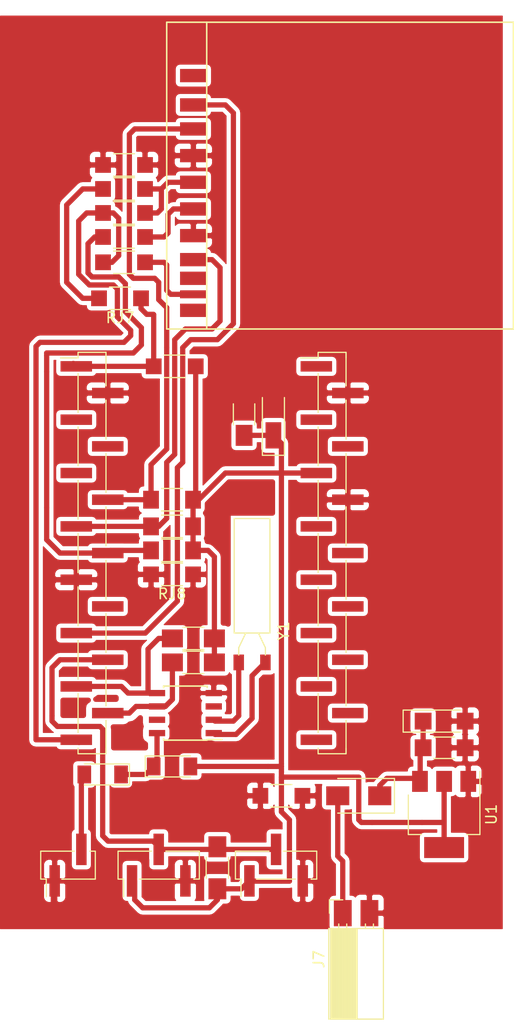
<source format=kicad_pcb>
(kicad_pcb (version 20170919) (host pcbnew "(2017-09-19 revision dddaa7e69)-makepkg")
  (layers (0 F.Cu signal) (31 B.Cu signal) (34 B.Paste user hide) (35 F.Paste user hide) (36 B.SilkS user hide) (37 F.SilkS user) (38 B.Mask user hide) (39 F.Mask user hide) (44 Edge.Cuts user hide))
  (net 0 "")
  (net 1 "Net-(C1-Pad1)")
  (net 2 1wire)
  (net 3 3V3)
  (net 4 "Net-(D1-Pad1)")
  (net 5 "Net-(D2-Pad2)")
  (net 6 "Net-(D3-Pad2)")
  (net 7 MISO)
  (net 8 CS)
  (net 9 SDA)
  (net 10 SD_D)
  (net 11 MOSI)
  (net 12 SCK)
  (net 13 SCL)
  (net 14 "Net-(U2-Pad1)")
  (net 15 "Net-(U2-Pad2)")
  (net 16 GND)
  (net 17 "Net-(J2-Pad8)")
  (net 18 "Net-(J4-Pad10)")
  (net 19 "Net-(J2-Pad3)")
  (net 20 "Net-(J2-Pad5)")
  (net 21 "Net-(J2-Pad4)")
  (net 22 "Net-(J2-Pad10)")
  (net 23 "Net-(J3-Pad1)")
  (net 24 "Net-(J3-Pad3)")
  (net 25 "Net-(J3-Pad7)")
  (net 26 "Net-(J3-Pad9)")
  (net 27 "Net-(J3-Pad11)")
  (net 28 "Net-(J3-Pad13)")
  (net 29 "Net-(J3-Pad15)")
  (net 30 "Net-(J3-Pad4)")
  (net 31 "Net-(J3-Pad8)")
  (net 32 "Net-(J3-Pad10)")
  (net 33 "Net-(J3-Pad12)")
  (net 34 "Net-(J3-Pad14)")
  (net 35 "Net-(J4-Pad9)")
  (net 36 "Net-(J4-Pad8)")
  (net 37 "Net-(J4-Pad11)")
  (net 38 "Net-(U2-Pad3)")
  (net 39 "Net-(U2-Pad7)")
  (module Resistors_SMD:R_1206_HandSoldering (layer F.Cu) (at 140.208 69.469 180)
    (fp_text reference RJ3 hide)
    (fp_text value 0)
    (pad 1 smd rect (at -2 0 180) (size 1.5 1.5) (layers F.Cu F.Paste F.Mask) (net 3 3V3))
    (pad 2 smd rect (at 2 0 180) (size 1.5 1.5) (layers F.Cu F.Paste F.Mask) (net 3 3V3))
  )
  (module Resistors_SMD:R_1206_HandSoldering (layer F.Cu) (at 140.208 71.755 180)
    (fp_text reference R4 hide)
    (fp_text value 10k)
    (pad 1 smd rect (at -2 0 180) (size 1.5 1.5) (layers F.Cu F.Paste F.Mask) (net 3 3V3))
    (pad 2 smd rect (at 2 0 180) (size 1.5 1.5) (layers F.Cu F.Paste F.Mask) (net 10 SD_D))
  )
  (module Capacitors_Tantalum_SMD:CP_Tantalum_Case-A_EIA-3216-18_Hand (layer F.Cu) (at 170.688 120.142)
    (fp_text reference C2 hide)
    (fp_text value 10uF)
    (pad 1 smd rect (at -2 0) (size 1.6 1.6) (layers F.Cu F.Paste F.Mask) (net 1 "Net-(C1-Pad1)"))
    (pad 2 smd rect (at 2 0) (size 1.6 1.6) (layers F.Cu F.Paste F.Mask) (net 16 GND))
  )
  (module Pin_Headers:Pin_Header_Straight_1x15_Pitch2.54mm_SMD_Pin1Left (layer F.Cu) (at 137.16 104.14)
    (fp_text reference J2 hide)
    (fp_text value CONN_01X15 hide)
    (pad 1 smd rect (at -1.5 -17.78) (size 3 1) (layers F.Cu F.Paste F.Mask) (net 3 3V3))
    (pad 3 smd rect (at -1.5 -12.7) (size 3 1) (layers F.Cu F.Paste F.Mask) (net 19 "Net-(J2-Pad3)"))
    (pad 5 smd rect (at -1.5 -7.62) (size 3 1) (layers F.Cu F.Paste F.Mask) (net 20 "Net-(J2-Pad5)"))
    (pad 7 smd rect (at -1.5 -2.54) (size 3 1) (layers F.Cu F.Paste F.Mask) (net 7 MISO))
    (pad 9 smd rect (at -1.5 2.54) (size 3 1) (layers F.Cu F.Paste F.Mask) (net 16 GND))
    (pad 11 smd rect (at -1.5 7.62) (size 3 1) (layers F.Cu F.Paste F.Mask) (net 8 CS))
    (pad 13 smd rect (at -1.5 12.7) (size 3 1) (layers F.Cu F.Paste F.Mask) (net 9 SDA))
    (pad 15 smd rect (at -1.5 17.78) (size 3 1) (layers F.Cu F.Paste F.Mask) (net 10 SD_D))
    (pad 2 smd rect (at 1.5 -15.24) (size 3 1) (layers F.Cu F.Paste F.Mask) (net 16 GND))
    (pad 4 smd rect (at 1.5 -10.16) (size 3 1) (layers F.Cu F.Paste F.Mask) (net 21 "Net-(J2-Pad4)"))
    (pad 6 smd rect (at 1.5 -5.08) (size 3 1) (layers F.Cu F.Paste F.Mask) (net 11 MOSI))
    (pad 8 smd rect (at 1.5 0) (size 3 1) (layers F.Cu F.Paste F.Mask) (net 17 "Net-(J2-Pad8)"))
    (pad 10 smd rect (at 1.5 5.08) (size 3 1) (layers F.Cu F.Paste F.Mask) (net 22 "Net-(J2-Pad10)"))
    (pad 12 smd rect (at 1.5 10.16) (size 3 1) (layers F.Cu F.Paste F.Mask) (net 2 1wire))
    (pad 14 smd rect (at 1.5 15.24) (size 3 1) (layers F.Cu F.Paste F.Mask) (net 13 SCL))
  )
  (module Capacitors_SMD:C_1206_HandSoldering (layer F.Cu) (at 170.688 122.682)
    (fp_text reference C1 hide)
    (fp_text value 10nF)
    (pad 1 smd rect (at -2 0) (size 1.6 1.6) (layers F.Cu F.Paste F.Mask) (net 1 "Net-(C1-Pad1)"))
    (pad 2 smd rect (at 2 0) (size 1.6 1.6) (layers F.Cu F.Paste F.Mask) (net 16 GND))
  )
  (module Capacitors_SMD:C_1206_HandSoldering (layer F.Cu) (at 151.638 90.932 90)
    (fp_text reference C3 hide)
    (fp_text value 10nF)
    (pad 1 smd rect (at -2 0 90) (size 2 1.6) (layers F.Cu F.Paste F.Mask) (net 3 3V3))
    (pad 2 smd rect (at 2 0 90) (size 2 1.6) (layers F.Cu F.Paste F.Mask) (net 16 GND))
  )
  (module Capacitors_Tantalum_SMD:CP_Tantalum_Case-A_EIA-3216-18_Hand (layer F.Cu) (at 154.432 90.932 90)
    (fp_text reference C4)
    (fp_text value 10uF)
    (pad 1 smd rect (at -2 0 90) (size 2.5 1.5) (layers F.Cu F.Paste F.Mask) (net 3 3V3))
    (pad 2 smd rect (at 2 0 90) (size 2.5 1.5) (layers F.Cu F.Paste F.Mask) (net 16 GND))
  )
  (module Diodes_SMD:D_MiniMELF (layer F.Cu) (at 144.78 124.46)
    (fp_text reference D1 hide)
    (fp_text value 1N4148)
    (pad 1 smd rect (at -1.75 0) (size 1.3 1.7) (layers F.Cu F.Paste F.Mask) (net 4 "Net-(D1-Pad1)"))
    (pad 2 smd rect (at 1.75 0) (size 1.3 1.7) (layers F.Cu F.Paste F.Mask) (net 3 3V3))
  )
  (module Diodes_SMD:D_SMA (layer F.Cu) (at 162.56 127.254 180)
    (fp_text reference D2 hide)
    (fp_text value 1N4007)
    (pad 1 smd rect (at -2 0 180) (size 2.2 1.8) (layers F.Cu F.Paste F.Mask) (net 1 "Net-(C1-Pad1)"))
    (pad 2 smd rect (at 2 0 180) (size 2.2 1.8) (layers F.Cu F.Paste F.Mask) (net 5 "Net-(D2-Pad2)"))
  )
  (module Diodes_SMD:D_MiniMELF (layer F.Cu) (at 138.176 125.222 180)
    (fp_text reference D3 hide)
    (fp_text value 1N4148)
    (pad 1 smd rect (at -1.75 0 180) (size 1.3 1.7) (layers F.Cu F.Paste F.Mask) (net 4 "Net-(D1-Pad1)"))
    (pad 2 smd rect (at 1.75 0 180) (size 1.3 1.7) (layers F.Cu F.Paste F.Mask) (net 6 "Net-(D3-Pad2)"))
  )
  (module Pin_Headers:Pin_Header_Straight_1x03_Pitch2.54mm_SMD_Pin1Left (layer F.Cu) (at 154.686 133.858 90)
    (fp_text reference J1 hide)
    (fp_text value CONN_01X03 hide)
    (pad 1 smd rect (at -1.5 -2.54 90) (size 3 1) (layers F.Cu F.Paste F.Mask) (net 3 3V3))
    (pad 3 smd rect (at -1.5 2.54 90) (size 3 1) (layers F.Cu F.Paste F.Mask) (net 16 GND))
    (pad 2 smd rect (at 1.5 0 90) (size 3 1) (layers F.Cu F.Paste F.Mask) (net 2 1wire))
  )
  (module Pin_Headers:Pin_Header_Straight_1x15_Pitch2.54mm_SMD_Pin1Left (layer F.Cu) (at 160.02 104.14)
    (fp_text reference J3 hide)
    (fp_text value CONN_01X15 hide)
    (pad 1 smd rect (at -1.5 -17.78) (size 3 1) (layers F.Cu F.Paste F.Mask) (net 23 "Net-(J3-Pad1)"))
    (pad 3 smd rect (at -1.5 -12.7) (size 3 1) (layers F.Cu F.Paste F.Mask) (net 24 "Net-(J3-Pad3)"))
    (pad 5 smd rect (at -1.5 -7.62) (size 3 1) (layers F.Cu F.Paste F.Mask) (net 3 3V3))
    (pad 7 smd rect (at -1.5 -2.54) (size 3 1) (layers F.Cu F.Paste F.Mask) (net 25 "Net-(J3-Pad7)"))
    (pad 9 smd rect (at -1.5 2.54) (size 3 1) (layers F.Cu F.Paste F.Mask) (net 26 "Net-(J3-Pad9)"))
    (pad 11 smd rect (at -1.5 7.62) (size 3 1) (layers F.Cu F.Paste F.Mask) (net 27 "Net-(J3-Pad11)"))
    (pad 13 smd rect (at -1.5 12.7) (size 3 1) (layers F.Cu F.Paste F.Mask) (net 28 "Net-(J3-Pad13)"))
    (pad 15 smd rect (at -1.5 17.78) (size 3 1) (layers F.Cu F.Paste F.Mask) (net 29 "Net-(J3-Pad15)"))
    (pad 2 smd rect (at 1.5 -15.24) (size 3 1) (layers F.Cu F.Paste F.Mask) (net 16 GND))
    (pad 4 smd rect (at 1.5 -10.16) (size 3 1) (layers F.Cu F.Paste F.Mask) (net 30 "Net-(J3-Pad4)"))
    (pad 6 smd rect (at 1.5 -5.08) (size 3 1) (layers F.Cu F.Paste F.Mask) (net 16 GND))
    (pad 8 smd rect (at 1.5 0) (size 3 1) (layers F.Cu F.Paste F.Mask) (net 31 "Net-(J3-Pad8)"))
    (pad 10 smd rect (at 1.5 5.08) (size 3 1) (layers F.Cu F.Paste F.Mask) (net 32 "Net-(J3-Pad10)"))
    (pad 12 smd rect (at 1.5 10.16) (size 3 1) (layers F.Cu F.Paste F.Mask) (net 33 "Net-(J3-Pad12)"))
    (pad 14 smd rect (at 1.5 15.24) (size 3 1) (layers F.Cu F.Paste F.Mask) (net 34 "Net-(J3-Pad14)"))
  )
  (module Moje:SDCARD-STANDARD (layer F.Cu) (at 168.402 62.484 180)
    (fp_text reference J4 hide)
    (fp_text value SD_Card)
    (pad 9 smd rect (at 21.59 3.81 180) (size 2.54 1.27) (layers F.Cu F.Paste F.Mask) (net 35 "Net-(J4-Pad9)"))
    (pad 1 smd rect (at 21.59 1.016 180) (size 2.54 1.27) (layers F.Cu F.Paste F.Mask) (net 8 CS))
    (pad 2 smd rect (at 21.59 -1.27 180) (size 2.54 1.27) (layers F.Cu F.Paste F.Mask) (net 11 MOSI))
    (pad 3 smd rect (at 21.59 -3.81 180) (size 2.54 1.27) (layers F.Cu F.Paste F.Mask) (net 16 GND))
    (pad 4 smd rect (at 21.59 -6.35 180) (size 2.54 1.27) (layers F.Cu F.Paste F.Mask) (net 3 3V3))
    (pad 5 smd rect (at 21.59 -8.89 180) (size 2.54 1.27) (layers F.Cu F.Paste F.Mask) (net 12 SCK))
    (pad 6 smd rect (at 21.59 -11.43 180) (size 2.54 1.27) (layers F.Cu F.Paste F.Mask) (net 16 GND))
    (pad 10 smd rect (at 21.59 -17.018 180) (size 2.54 0.762) (layers F.Cu F.Paste F.Mask) (net 18 "Net-(J4-Pad10)"))
    (pad 8 smd rect (at 21.59 -15.494 180) (size 2.54 1.27) (layers F.Cu F.Paste F.Mask) (net 36 "Net-(J4-Pad8)"))
    (pad 11 smd rect (at 21.59 -18.542 180) (size 2.54 1.27) (layers F.Cu F.Paste F.Mask) (net 37 "Net-(J4-Pad11)"))
    (pad 7 smd rect (at 21.59 -13.716 180) (size 2.54 1.27) (layers F.Cu F.Paste F.Mask) (net 7 MISO))
    (pad 12 smd rect (at -5.08 -19.05 180) (size 3.302 2.159) (layers F.Cu F.Paste F.Mask) (net 16 GND))
  )
  (module Pin_Headers:Pin_Header_Straight_1x03_Pitch2.54mm_SMD_Pin1Left (layer F.Cu) (at 143.51 133.858 90)
    (fp_text reference J5 hide)
    (fp_text value CONN_01X03 hide)
    (pad 1 smd rect (at -1.5 -2.54 90) (size 3 1) (layers F.Cu F.Paste F.Mask) (net 3 3V3))
    (pad 3 smd rect (at -1.5 2.54 90) (size 3 1) (layers F.Cu F.Paste F.Mask) (net 16 GND))
    (pad 2 smd rect (at 1.5 0 90) (size 3 1) (layers F.Cu F.Paste F.Mask) (net 2 1wire))
  )
  (module Pin_Headers:Pin_Header_Straight_1x02_Pitch2.54mm_SMD_Pin1Left (layer F.Cu) (at 134.874 133.858 90)
    (fp_text reference J6 hide)
    (fp_text value CONN_01X02 hide)
    (pad 1 smd rect (at -1.5 -1.27 90) (size 3 1) (layers F.Cu F.Paste F.Mask) (net 16 GND))
    (pad 2 smd rect (at 1.5 1.27 90) (size 3 1) (layers F.Cu F.Paste F.Mask) (net 6 "Net-(D3-Pad2)"))
  )
  (module Resistors_SMD:R_1206_HandSoldering (layer F.Cu) (at 144.78 99.06 180)
    (fp_text reference R1 hide)
    (fp_text value 10k)
    (pad 1 smd rect (at -2 0 180) (size 1.5 1.7) (layers F.Cu F.Paste F.Mask) (net 3 3V3))
    (pad 2 smd rect (at 2 0 180) (size 1.5 1.7) (layers F.Cu F.Paste F.Mask) (net 11 MOSI))
  )
  (module Resistors_SMD:R_1206_HandSoldering (layer F.Cu) (at 144.78 101.6 180)
    (fp_text reference R2 hide)
    (fp_text value 10k)
    (pad 1 smd rect (at -2 0 180) (size 1.5 1.7) (layers F.Cu F.Paste F.Mask) (net 3 3V3))
    (pad 2 smd rect (at 2 0 180) (size 1.5 1.7) (layers F.Cu F.Paste F.Mask) (net 7 MISO))
  )
  (module Resistors_SMD:R_1206_HandSoldering (layer F.Cu) (at 144.78 103.886 180)
    (fp_text reference R3 hide)
    (fp_text value 10k)
    (pad 1 smd rect (at -2 0 180) (size 1.5 1.7) (layers F.Cu F.Paste F.Mask) (net 3 3V3))
    (pad 2 smd rect (at 2 0 180) (size 1.5 1.7) (layers F.Cu F.Paste F.Mask) (net 17 "Net-(J2-Pad8)"))
  )
  (module Resistors_SMD:R_1206_HandSoldering (layer F.Cu) (at 149.098 134.112 90)
    (fp_text reference R5 hide)
    (fp_text value 4k7)
    (pad 1 smd rect (at -2 0 90) (size 2 1.7) (layers F.Cu F.Paste F.Mask) (net 3 3V3))
    (pad 2 smd rect (at 2 0 90) (size 2 1.7) (layers F.Cu F.Paste F.Mask) (net 2 1wire))
  )
  (module Resistors_SMD:R_1206_HandSoldering (layer F.Cu) (at 146.812 112.268 180)
    (fp_text reference R6 hide)
    (fp_text value 4k7)
    (pad 1 smd rect (at -2 0 180) (size 2 1.7) (layers F.Cu F.Paste F.Mask) (net 3 3V3))
    (pad 2 smd rect (at 2 0 180) (size 2 1.7) (layers F.Cu F.Paste F.Mask) (net 9 SDA))
  )
  (module Resistors_SMD:R_1206_HandSoldering (layer F.Cu) (at 146.812 114.554 180)
    (fp_text reference R7 hide)
    (fp_text value 4k7)
    (pad 1 smd rect (at -2 0 180) (size 2 1.7) (layers F.Cu F.Paste F.Mask) (net 3 3V3))
    (pad 2 smd rect (at 2 0 180) (size 2 1.7) (layers F.Cu F.Paste F.Mask) (net 13 SCL))
  )
  (module Housings_SOIC:SOIC-8_3.9x4.9mm_Pitch1.27mm (layer F.Cu) (at 146.05 119.38 180)
    (fp_text reference U2 hide)
    (fp_text value PCF8563)
    (pad 1 smd rect (at -2.7 -1.905 180) (size 1.55 0.6) (layers F.Cu F.Paste F.Mask) (net 14 "Net-(U2-Pad1)"))
    (pad 2 smd rect (at -2.7 -0.635 180) (size 1.55 0.6) (layers F.Cu F.Paste F.Mask) (net 15 "Net-(U2-Pad2)"))
    (pad 3 smd rect (at -2.7 0.635 180) (size 1.55 0.6) (layers F.Cu F.Paste F.Mask) (net 38 "Net-(U2-Pad3)"))
    (pad 4 smd rect (at -2.7 1.905 180) (size 1.55 0.6) (layers F.Cu F.Paste F.Mask) (net 16 GND))
    (pad 5 smd rect (at 2.7 1.905 180) (size 1.55 0.6) (layers F.Cu F.Paste F.Mask) (net 9 SDA))
    (pad 6 smd rect (at 2.7 0.635 180) (size 1.55 0.6) (layers F.Cu F.Paste F.Mask) (net 13 SCL))
    (pad 7 smd rect (at 2.7 -0.635 180) (size 1.55 0.6) (layers F.Cu F.Paste F.Mask) (net 39 "Net-(U2-Pad7)"))
    (pad 8 smd rect (at 2.7 -1.905 180) (size 1.55 0.6) (layers F.Cu F.Paste F.Mask) (net 4 "Net-(D1-Pad1)"))
  )
  (module Crystals:Crystal_AT310_d3.0mm_l10.0mm_Horizontal (layer F.Cu) (at 153.67 114.554 180)
    (fp_text reference Y1 (at -1.75 3 270) (layer F.SilkS))
    (fp_text value Crystal hide)
    (pad 1 smd rect (at 0 0 180) (size 1 1.5) (layers F.Cu F.Paste F.Mask) (net 14 "Net-(U2-Pad1)"))
    (pad 2 smd rect (at 2.54 0 180) (size 1 1.5) (layers F.Cu F.Paste F.Mask) (net 15 "Net-(U2-Pad2)"))
  )
  (module Resistors_SMD:R_1206_HandSoldering (layer F.Cu) (at 140.208 74.041)
    (fp_text reference RJ1 hide)
    (fp_text value 0)
    (pad 1 smd rect (at -2 0) (size 1.5 1.5) (layers F.Cu F.Paste F.Mask) (net 17 "Net-(J2-Pad8)"))
    (pad 2 smd rect (at 2 0) (size 1.5 1.5) (layers F.Cu F.Paste F.Mask) (net 12 SCK))
  )
  (module Resistors_SMD:R_1206_HandSoldering (layer F.Cu) (at 145.034 86.36)
    (fp_text reference RJ2 hide)
    (fp_text value 0)
    (pad 1 smd rect (at -2 0) (size 1.5 1.5) (layers F.Cu F.Paste F.Mask) (net 3 3V3))
    (pad 2 smd rect (at 2 0) (size 1.5 1.5) (layers F.Cu F.Paste F.Mask) (net 3 3V3))
  )
  (module Resistors_SMD:R_1206_HandSoldering (layer F.Cu) (at 140.208 67.183)
    (fp_text reference RJ4 hide)
    (fp_text value 0)
    (pad 1 smd rect (at -2 0) (size 1.5 1.5) (layers F.Cu F.Paste F.Mask) (net 16 GND))
    (pad 2 smd rect (at 2 0) (size 1.5 1.5) (layers F.Cu F.Paste F.Mask) (net 16 GND))
  )
  (module Resistors_SMD:R_1206_HandSoldering (layer F.Cu) (at 140.208 76.454)
    (fp_text reference RJ5 hide)
    (fp_text value 0)
    (pad 1 smd rect (at -2 0) (size 1.5 1.5) (layers F.Cu F.Paste F.Mask) (net 10 SD_D))
    (pad 2 smd rect (at 2 0) (size 1.5 1.5) (layers F.Cu F.Paste F.Mask) (net 18 "Net-(J4-Pad10)"))
  )
  (module Resistors_SMD:R_1206_HandSoldering (layer F.Cu) (at 155.194 127.254)
    (fp_text reference RJ6 hide)
    (fp_text value 0)
    (pad 1 smd rect (at -2 0) (size 1.5 1.5) (layers F.Cu F.Paste F.Mask) (net 16 GND))
    (pad 2 smd rect (at 2 0) (size 1.5 1.5) (layers F.Cu F.Paste F.Mask) (net 16 GND))
  )
  (module TO_SOT_Packages_SMD:SOT-223-3Lead_TabPin2 (layer F.Cu) (at 170.688 129.032 270)
    (fp_text reference U1 (at 0 -4.5 270) (layer F.SilkS))
    (fp_text value LM1117-3.3)
    (pad 2 smd rect (at 3.15 0 270) (size 2 3.8) (layers F.Cu F.Paste F.Mask) (net 3 3V3))
    (pad 2 smd rect (at -3.15 0 270) (size 2 1.5) (layers F.Cu F.Paste F.Mask) (net 3 3V3))
    (pad 3 smd rect (at -3.15 2.3 270) (size 2 1.5) (layers F.Cu F.Paste F.Mask) (net 1 "Net-(C1-Pad1)"))
    (pad 1 smd rect (at -3.15 -2.3 270) (size 2 1.5) (layers F.Cu F.Paste F.Mask) (net 16 GND))
  )
  (module Socket_Strips:Socket_Strip_Angled_1x02_Pitch2.54mm (layer F.Cu) (at 161.036 138.43 90)
    (fp_text reference J7 (at -4.38 -2.27 90) (layer F.SilkS))
    (fp_text value CONN_01X02)
    (pad 2 smd rect (at 0 2.54 90) (size 2.5 1.7) (layers F.Cu F.Paste F.Mask) (net 16 GND))
    (pad 1 smd rect (at 0 0 90) (size 2.5 1.7) (layers F.Cu F.Paste F.Mask) (net 5 "Net-(D2-Pad2)"))
  )
  (module Resistors_SMD:R_1206_HandSoldering (layer F.Cu) (at 139.827 79.883 180)
    (fp_text reference RJ7 (at 0 -1.85 180) (layer F.SilkS))
    (fp_text value 0)
    (pad 2 smd rect (at 2 0 180) (size 1.5 1.5) (layers F.Cu F.Paste F.Mask) (net 3 3V3))
    (pad 1 smd rect (at -2 0 180) (size 1.5 1.5) (layers F.Cu F.Paste F.Mask) (net 3 3V3))
  )
  (module Resistors_SMD:R_1206_HandSoldering (layer F.Cu) (at 144.78 106.172 180)
    (fp_text reference RJ8 (at 0 -1.85 180) (layer F.SilkS))
    (fp_text value 0)
    (pad 1 smd rect (at -2 0 180) (size 1.5 1.5) (layers F.Cu F.Paste F.Mask) (net 16 GND))
    (pad 2 smd rect (at 2 0 180) (size 1.5 1.5) (layers F.Cu F.Paste F.Mask) (net 16 GND))
  )
  (segment (start 168.688 120.142) (end 168.688 122.682) (width 0.5) (layer F.Cu) (net 1))
  (segment (start 168.408 125.594) (end 168.408 122.962) (width 0.5) (layer F.Cu) (net 1))
  (segment (start 168.408 122.962) (end 168.688 122.682) (width 0.5) (layer F.Cu) (net 1))
  (segment (start 164.56 127.254) (end 164.56 126.27) (width 0.5) (layer F.Cu) (net 1))
  (segment (start 165.236 125.594) (end 168.408 125.594) (width 0.5) (layer F.Cu) (net 1))
  (segment (start 164.56 126.27) (end 165.236 125.594) (width 0.5) (layer F.Cu) (net 1))
  (segment (start 133.35 119.634) (end 133.35 120.142) (width 0.5) (layer F.Cu) (net 2))
  (segment (start 138.66 114.3) (end 134.112 114.3) (width 0.5) (layer F.Cu) (net 2))
  (segment (start 133.35 115.062) (end 134.112 114.3) (width 0.5) (layer F.Cu) (net 2))
  (segment (start 133.35 119.634) (end 133.35 115.062) (width 0.5) (layer F.Cu) (net 2))
  (segment (start 142.978 131.572) (end 143.764 132.358) (width 0.5) (layer F.Cu) (net 2))
  (segment (start 138.684 131.572) (end 142.978 131.572) (width 0.5) (layer F.Cu) (net 2))
  (segment (start 138.176 131.064) (end 138.684 131.572) (width 0.5) (layer F.Cu) (net 2))
  (segment (start 138.176 120.904) (end 138.176 131.064) (width 0.5) (layer F.Cu) (net 2))
  (segment (start 137.922 120.65) (end 138.176 120.904) (width 0.5) (layer F.Cu) (net 2))
  (segment (start 133.858 120.65) (end 137.922 120.65) (width 0.5) (layer F.Cu) (net 2))
  (segment (start 133.35 120.142) (end 133.858 120.65) (width 0.5) (layer F.Cu) (net 2))
  (segment (start 143.28 132.358) (end 143.764 132.358) (width 0.5) (layer F.Cu) (net 2))
  (segment (start 154.686 132.358) (end 149.344 132.358) (width 0.5) (layer F.Cu) (net 2))
  (segment (start 149.344 132.358) (end 149.098 132.112) (width 0.5) (layer F.Cu) (net 2))
  (segment (start 143.764 132.358) (end 148.852 132.358) (width 0.5) (layer F.Cu) (net 2))
  (segment (start 148.852 132.358) (end 149.098 132.112) (width 0.5) (layer F.Cu) (net 2))
  (segment (start 137.827 79.883) (end 136.271 79.883) (width 0.5) (layer F.Cu) (net 3))
  (segment (start 136.271 69.469) (end 138.208 69.469) (width 0.5) (layer F.Cu) (net 3))
  (segment (start 134.747 70.993) (end 136.271 69.469) (width 0.5) (layer F.Cu) (net 3))
  (segment (start 134.747 78.359) (end 134.747 70.993) (width 0.5) (layer F.Cu) (net 3))
  (segment (start 136.271 79.883) (end 134.747 78.359) (width 0.5) (layer F.Cu) (net 3))
  (segment (start 143.034 86.36) (end 143.034 81.439) (width 0.5) (layer F.Cu) (net 3))
  (segment (start 141.827 80.867) (end 141.827 79.883) (width 0.5) (layer F.Cu) (net 3))
  (segment (start 142.367 81.407) (end 141.827 80.867) (width 0.5) (layer F.Cu) (net 3))
  (segment (start 143.002 81.407) (end 142.367 81.407) (width 0.5) (layer F.Cu) (net 3))
  (segment (start 143.034 81.439) (end 143.002 81.407) (width 0.5) (layer F.Cu) (net 3))
  (segment (start 135.66 86.36) (end 135.255 86.36) (width 0.5) (layer F.Cu) (net 3))
  (segment (start 148.812 112.268) (end 148.812 104.489) (width 0.5) (layer F.Cu) (net 3))
  (segment (start 148.209 103.886) (end 146.78 103.886) (width 0.5) (layer F.Cu) (net 3))
  (segment (start 148.812 104.489) (end 148.209 103.886) (width 0.5) (layer F.Cu) (net 3))
  (segment (start 142.208 69.469) (end 143.764 69.469) (width 0.5) (layer F.Cu) (net 3))
  (segment (start 142.208 71.755) (end 143.383 71.755) (width 0.5) (layer F.Cu) (net 3))
  (segment (start 144.399 68.834) (end 146.812 68.834) (width 0.5) (layer F.Cu) (net 3))
  (segment (start 143.764 69.469) (end 144.399 68.834) (width 0.5) (layer F.Cu) (net 3))
  (segment (start 143.764 71.374) (end 143.764 69.469) (width 0.5) (layer F.Cu) (net 3))
  (segment (start 143.383 71.755) (end 143.764 71.374) (width 0.5) (layer F.Cu) (net 3))
  (segment (start 170.688 129.794) (end 168.588 129.794) (width 0.5) (layer F.Cu) (net 3))
  (segment (start 162.56 125.476) (end 162.56 129.54) (width 0.5) (layer F.Cu) (net 3))
  (segment (start 162.56 129.54) (end 162.814 129.794) (width 0.5) (layer F.Cu) (net 3))
  (segment (start 162.814 129.794) (end 163.83 129.794) (width 0.5) (layer F.Cu) (net 3))
  (segment (start 162.052 125.476) (end 155.194 125.476) (width 0.5) (layer F.Cu) (net 3))
  (segment (start 168.588 129.794) (end 163.83 129.794) (width 0.5) (layer F.Cu) (net 3))
  (segment (start 162.052 125.476) (end 162.56 125.476) (width 0.5) (layer F.Cu) (net 3))
  (segment (start 170.688 125.882) (end 170.688 126.746) (width 0.5) (layer F.Cu) (net 3))
  (segment (start 170.688 126.746) (end 170.688 129.794) (width 0.5) (layer F.Cu) (net 3))
  (segment (start 170.688 129.794) (end 170.688 132.182) (width 0.5) (layer F.Cu) (net 3))
  (segment (start 143.256 86.138) (end 143.034 86.36) (width 0.5) (layer F.Cu) (net 3))
  (segment (start 155.194 124.46) (end 153.924 124.46) (width 0.5) (layer F.Cu) (net 3))
  (segment (start 153.924 124.46) (end 146.53 124.46) (width 0.5) (layer F.Cu) (net 3))
  (segment (start 155.194 96.52) (end 155.194 93.694) (width 0.5) (layer F.Cu) (net 3))
  (segment (start 155.194 93.694) (end 154.432 92.932) (width 0.5) (layer F.Cu) (net 3))
  (segment (start 151.638 92.932) (end 154.432 92.932) (width 0.5) (layer F.Cu) (net 3))
  (segment (start 155.956 132.334) (end 155.956 129.54) (width 0.5) (layer F.Cu) (net 3))
  (segment (start 155.194 125.73) (end 155.194 128.778) (width 0.5) (layer F.Cu) (net 3))
  (segment (start 155.194 135.382) (end 152.17 135.382) (width 0.5) (layer F.Cu) (net 3))
  (segment (start 155.194 135.382) (end 155.956 135.382) (width 0.5) (layer F.Cu) (net 3))
  (segment (start 155.956 135.382) (end 155.956 133.096) (width 0.5) (layer F.Cu) (net 3))
  (segment (start 155.956 133.096) (end 155.956 132.842) (width 0.5) (layer F.Cu) (net 3))
  (segment (start 155.956 132.842) (end 155.956 132.334) (width 0.5) (layer F.Cu) (net 3))
  (segment (start 155.956 129.54) (end 155.194 128.778) (width 0.5) (layer F.Cu) (net 3))
  (segment (start 155.194 125.73) (end 155.194 125.476) (width 0.5) (layer F.Cu) (net 3))
  (segment (start 155.194 125.73) (end 155.194 125.476) (width 0.5) (layer F.Cu) (net 3))
  (segment (start 155.194 125.476) (end 155.194 124.968) (width 0.5) (layer F.Cu) (net 3))
  (segment (start 155.194 124.714) (end 155.194 124.46) (width 0.5) (layer F.Cu) (net 3))
  (segment (start 155.194 124.968) (end 155.194 124.714) (width 0.5) (layer F.Cu) (net 3))
  (segment (start 155.194 124.46) (end 155.194 124.206) (width 0.5) (layer F.Cu) (net 3))
  (segment (start 155.194 124.206) (end 155.194 96.52) (width 0.5) (layer F.Cu) (net 3))
  (segment (start 146.78 99.06) (end 147.32 99.06) (width 0.5) (layer F.Cu) (net 3))
  (segment (start 147.32 99.06) (end 149.86 96.52) (width 0.5) (layer F.Cu) (net 3))
  (segment (start 149.86 96.52) (end 155.194 96.52) (width 0.5) (layer F.Cu) (net 3))
  (segment (start 155.194 96.52) (end 158.52 96.52) (width 0.5) (layer F.Cu) (net 3))
  (segment (start 135.66 86.36) (end 135.382 86.082) (width 0.5) (layer F.Cu) (net 3))
  (segment (start 152.146 135.358) (end 152.17 135.382) (width 0.5) (layer F.Cu) (net 3))
  (segment (start 148.304 115.062) (end 148.812 114.554) (width 0.5) (layer F.Cu) (net 3))
  (segment (start 148.812 114.586) (end 148.812 114.554) (width 0.5) (layer F.Cu) (net 3))
  (segment (start 135.66 86.36) (end 134.874 86.36) (width 0.5) (layer F.Cu) (net 3))
  (segment (start 147.034 86.36) (end 147.034 98.806) (width 0.5) (layer F.Cu) (net 3))
  (segment (start 147.034 98.806) (end 146.78 99.06) (width 0.5) (layer F.Cu) (net 3))
  (segment (start 135.66 86.36) (end 143.034 86.36) (width 0.5) (layer F.Cu) (net 3))
  (segment (start 146.78 103.886) (end 146.78 101.6) (width 0.5) (layer F.Cu) (net 3))
  (segment (start 146.78 101.6) (end 146.78 99.06) (width 0.5) (layer F.Cu) (net 3))
  (segment (start 148.812 114.554) (end 148.59 114.554) (width 0.5) (layer F.Cu) (net 3))
  (segment (start 141.224 135.358) (end 141.224 137.16) (width 0.5) (layer F.Cu) (net 3))
  (segment (start 149.098 137.16) (end 149.098 136.112) (width 0.5) (layer F.Cu) (net 3))
  (segment (start 148.336 137.922) (end 149.098 137.16) (width 0.5) (layer F.Cu) (net 3))
  (segment (start 141.986 137.922) (end 148.336 137.922) (width 0.5) (layer F.Cu) (net 3))
  (segment (start 141.224 137.16) (end 141.986 137.922) (width 0.5) (layer F.Cu) (net 3))
  (segment (start 149.098 136.112) (end 151.392 136.112) (width 0.5) (layer F.Cu) (net 3))
  (segment (start 151.392 136.112) (end 152.146 135.358) (width 0.5) (layer F.Cu) (net 3))
  (segment (start 148.812 112.268) (end 148.812 114.554) (width 0.5) (layer F.Cu) (net 3))
  (segment (start 139.926 125.222) (end 142.268 125.222) (width 0.5) (layer F.Cu) (net 4))
  (segment (start 142.268 125.222) (end 143.03 124.46) (width 0.5) (layer F.Cu) (net 4))
  (segment (start 143.35 121.285) (end 143.35 124.14) (width 0.5) (layer F.Cu) (net 4))
  (segment (start 143.35 124.14) (end 143.03 124.46) (width 0.5) (layer F.Cu) (net 4))
  (segment (start 143.284 121.351) (end 143.35 121.285) (width 0.5) (layer F.Cu) (net 4))
  (segment (start 161.036 138.176) (end 161.036 133.477) (width 0.5) (layer F.Cu) (net 5))
  (segment (start 160.56 133.001) (end 160.56 127.254) (width 0.5) (layer F.Cu) (net 5))
  (segment (start 161.036 133.477) (end 160.56 133.001) (width 0.5) (layer F.Cu) (net 5))
  (segment (start 136.144 132.358) (end 136.144 125.504) (width 0.5) (layer F.Cu) (net 6))
  (segment (start 136.144 125.504) (end 136.426 125.222) (width 0.5) (layer F.Cu) (net 6))
  (segment (start 146.05 82.804) (end 148.59 82.804) (width 0.5) (layer F.Cu) (net 7))
  (segment (start 145.034 94.742) (end 145.034 83.82) (width 0.5) (layer F.Cu) (net 7))
  (segment (start 145.034 83.82) (end 146.05 82.804) (width 0.5) (layer F.Cu) (net 7))
  (segment (start 143.51 101.6) (end 144.272 100.838) (width 0.5) (layer F.Cu) (net 7))
  (segment (start 144.272 100.838) (end 144.272 95.504) (width 0.5) (layer F.Cu) (net 7))
  (segment (start 144.272 95.504) (end 145.034 94.742) (width 0.5) (layer F.Cu) (net 7))
  (segment (start 148.59 76.2) (end 146.812 76.2) (width 0.5) (layer F.Cu) (net 7))
  (segment (start 149.352 76.962) (end 148.59 76.2) (width 0.5) (layer F.Cu) (net 7))
  (segment (start 149.352 82.042) (end 149.352 76.962) (width 0.5) (layer F.Cu) (net 7))
  (segment (start 148.59 82.804) (end 149.352 82.042) (width 0.5) (layer F.Cu) (net 7))
  (segment (start 142.78 101.6) (end 143.51 101.6) (width 0.5) (layer F.Cu) (net 7))
  (segment (start 142.78 101.6) (end 135.66 101.6) (width 0.5) (layer F.Cu) (net 7))
  (segment (start 146.558 83.82) (end 149.098 83.82) (width 0.5) (layer F.Cu) (net 8))
  (segment (start 142.24 111.76) (end 145.288 108.712) (width 0.5) (layer F.Cu) (net 8))
  (segment (start 145.288 108.712) (end 145.288 96.012) (width 0.5) (layer F.Cu) (net 8))
  (segment (start 145.288 96.012) (end 145.796 95.504) (width 0.5) (layer F.Cu) (net 8))
  (segment (start 145.796 95.504) (end 145.796 84.582) (width 0.5) (layer F.Cu) (net 8))
  (segment (start 145.796 84.582) (end 146.558 83.82) (width 0.5) (layer F.Cu) (net 8))
  (segment (start 135.66 111.76) (end 142.24 111.76) (width 0.5) (layer F.Cu) (net 8))
  (segment (start 149.86 61.468) (end 146.812 61.468) (width 0.5) (layer F.Cu) (net 8))
  (segment (start 150.622 62.23) (end 149.86 61.468) (width 0.5) (layer F.Cu) (net 8))
  (segment (start 150.622 82.296) (end 150.622 62.23) (width 0.5) (layer F.Cu) (net 8))
  (segment (start 149.098 83.82) (end 150.622 82.296) (width 0.5) (layer F.Cu) (net 8))
  (segment (start 142.494 117.475) (end 142.494 113.284) (width 0.5) (layer F.Cu) (net 9))
  (segment (start 143.51 112.268) (end 144.812 112.268) (width 0.5) (layer F.Cu) (net 9))
  (segment (start 142.494 113.284) (end 143.51 112.268) (width 0.5) (layer F.Cu) (net 9))
  (segment (start 135.66 116.84) (end 139.954 116.84) (width 0.5) (layer F.Cu) (net 9))
  (segment (start 140.589 117.475) (end 142.494 117.475) (width 0.5) (layer F.Cu) (net 9))
  (segment (start 142.494 117.475) (end 143.35 117.475) (width 0.5) (layer F.Cu) (net 9))
  (segment (start 139.954 116.84) (end 140.589 117.475) (width 0.5) (layer F.Cu) (net 9))
  (segment (start 131.826 84.582) (end 131.826 84.455) (width 0.5) (layer F.Cu) (net 10))
  (segment (start 136.906 78.613) (end 135.89 77.597) (width 0.5) (layer F.Cu) (net 10))
  (segment (start 135.89 77.597) (end 135.89 72.517) (width 0.5) (layer F.Cu) (net 10))
  (segment (start 135.89 72.517) (end 136.652 71.755) (width 0.5) (layer F.Cu) (net 10))
  (segment (start 138.208 71.755) (end 136.652 71.755) (width 0.5) (layer F.Cu) (net 10))
  (segment (start 131.826 86.868) (end 131.826 85.344) (width 0.5) (layer F.Cu) (net 10))
  (segment (start 131.826 100.33) (end 131.826 121.92) (width 0.5) (layer F.Cu) (net 10))
  (segment (start 131.826 121.92) (end 135.66 121.92) (width 0.5) (layer F.Cu) (net 10))
  (segment (start 131.826 100.33) (end 131.826 86.868) (width 0.5) (layer F.Cu) (net 10))
  (segment (start 131.826 85.344) (end 131.826 84.582) (width 0.5) (layer F.Cu) (net 10))
  (segment (start 139.192 78.613) (end 136.906 78.613) (width 0.5) (layer F.Cu) (net 10))
  (segment (start 139.573 78.994) (end 139.192 78.613) (width 0.5) (layer F.Cu) (net 10))
  (segment (start 139.573 81.661) (end 139.573 78.994) (width 0.5) (layer F.Cu) (net 10))
  (segment (start 140.843 82.931) (end 139.573 81.661) (width 0.5) (layer F.Cu) (net 10))
  (segment (start 140.843 83.439) (end 140.843 82.931) (width 0.5) (layer F.Cu) (net 10))
  (segment (start 140.208 84.074) (end 140.843 83.439) (width 0.5) (layer F.Cu) (net 10))
  (segment (start 132.207 84.074) (end 140.208 84.074) (width 0.5) (layer F.Cu) (net 10))
  (segment (start 131.826 84.455) (end 132.207 84.074) (width 0.5) (layer F.Cu) (net 10))
  (segment (start 138.208 76.454) (end 139.065 76.454) (width 0.5) (layer F.Cu) (net 10))
  (segment (start 139.192 71.755) (end 138.208 71.755) (width 0.5) (layer F.Cu) (net 10))
  (segment (start 139.7 72.263) (end 139.192 71.755) (width 0.5) (layer F.Cu) (net 10))
  (segment (start 139.7 75.819) (end 139.7 72.263) (width 0.5) (layer F.Cu) (net 10))
  (segment (start 139.065 76.454) (end 139.7 75.819) (width 0.5) (layer F.Cu) (net 10))
  (segment (start 135.922 122.182) (end 135.66 121.92) (width 0.5) (layer F.Cu) (net 10))
  (segment (start 140.716 76.962) (end 140.716 77.597) (width 0.5) (layer F.Cu) (net 11))
  (segment (start 144.272 80.772) (end 144.018 80.518) (width 0.5) (layer F.Cu) (net 11))
  (segment (start 142.78 95.726) (end 142.78 99.06) (width 0.5) (layer F.Cu) (net 11))
  (segment (start 144.272 94.234) (end 144.272 84.582) (width 0.5) (layer F.Cu) (net 11))
  (segment (start 142.78 95.726) (end 144.272 94.234) (width 0.5) (layer F.Cu) (net 11))
  (segment (start 144.272 84.582) (end 144.272 80.772) (width 0.5) (layer F.Cu) (net 11))
  (segment (start 143.51 80.01) (end 144.018 80.518) (width 0.5) (layer F.Cu) (net 11))
  (segment (start 143.51 78.359) (end 143.51 80.01) (width 0.5) (layer F.Cu) (net 11))
  (segment (start 143.129 77.978) (end 143.51 78.359) (width 0.5) (layer F.Cu) (net 11))
  (segment (start 141.097 77.978) (end 143.129 77.978) (width 0.5) (layer F.Cu) (net 11))
  (segment (start 140.716 77.597) (end 141.097 77.978) (width 0.5) (layer F.Cu) (net 11))
  (segment (start 140.716 77.089) (end 140.716 76.962) (width 0.5) (layer F.Cu) (net 11))
  (segment (start 140.716 76.962) (end 140.716 64.262) (width 0.5) (layer F.Cu) (net 11))
  (segment (start 140.716 64.262) (end 141.224 63.754) (width 0.5) (layer F.Cu) (net 11))
  (segment (start 146.812 63.754) (end 141.224 63.754) (width 0.5) (layer F.Cu) (net 11))
  (segment (start 142.78 99.06) (end 138.66 99.06) (width 0.5) (layer F.Cu) (net 11))
  (segment (start 142.208 74.041) (end 144.018 74.041) (width 0.5) (layer F.Cu) (net 12))
  (segment (start 144.907 71.374) (end 146.812 71.374) (width 0.5) (layer F.Cu) (net 12))
  (segment (start 144.399 71.882) (end 144.907 71.374) (width 0.5) (layer F.Cu) (net 12))
  (segment (start 144.399 73.66) (end 144.399 71.882) (width 0.5) (layer F.Cu) (net 12))
  (segment (start 144.018 74.041) (end 144.399 73.66) (width 0.5) (layer F.Cu) (net 12))
  (segment (start 141.351 118.745) (end 143.35 118.745) (width 0.5) (layer F.Cu) (net 13))
  (segment (start 144.812 114.554) (end 144.812 118.078) (width 0.5) (layer F.Cu) (net 13))
  (segment (start 144.145 118.745) (end 143.35 118.745) (width 0.5) (layer F.Cu) (net 13))
  (segment (start 144.812 118.078) (end 144.145 118.745) (width 0.5) (layer F.Cu) (net 13))
  (segment (start 140.716 119.38) (end 141.351 118.745) (width 0.5) (layer F.Cu) (net 13))
  (segment (start 138.66 119.38) (end 140.716 119.38) (width 0.5) (layer F.Cu) (net 13))
  (segment (start 153.67 114.554) (end 152.4 115.824) (width 0.5) (layer F.Cu) (net 14))
  (segment (start 150.876 121.412) (end 148.877 121.412) (width 0.5) (layer F.Cu) (net 14))
  (segment (start 152.4 119.888) (end 150.876 121.412) (width 0.5) (layer F.Cu) (net 14))
  (segment (start 152.4 115.824) (end 152.4 119.888) (width 0.5) (layer F.Cu) (net 14))
  (segment (start 148.877 121.412) (end 148.75 121.285) (width 0.5) (layer F.Cu) (net 14))
  (segment (start 151.13 114.554) (end 151.13 119.634) (width 0.5) (layer F.Cu) (net 15))
  (segment (start 150.622 120.142) (end 148.877 120.142) (width 0.5) (layer F.Cu) (net 15))
  (segment (start 151.13 119.634) (end 150.622 120.142) (width 0.5) (layer F.Cu) (net 15))
  (segment (start 148.877 120.142) (end 148.75 120.015) (width 0.5) (layer F.Cu) (net 15))
  (segment (start 172.968 122.962) (end 172.688 122.682) (width 0.25) (layer F.Cu) (net 16))
  (segment (start 172.688 122.682) (end 172.688 120.142) (width 0.25) (layer F.Cu) (net 16))
  (segment (start 161.52 88.9) (end 154.464 88.9) (width 0.25) (layer F.Cu) (net 16))
  (segment (start 154.464 88.9) (end 154.432 88.932) (width 0.25) (layer F.Cu) (net 16))
  (segment (start 151.638 88.932) (end 154.432 88.932) (width 0.25) (layer F.Cu) (net 16))
  (segment (start 148.75 117.475) (end 147.193 117.475) (width 0.25) (layer F.Cu) (net 16))
  (segment (start 145.542 127.254) (end 153.194 127.254) (width 0.25) (layer F.Cu) (net 16))
  (segment (start 144.526 126.238) (end 145.542 127.254) (width 0.25) (layer F.Cu) (net 16))
  (segment (start 144.526 122.936) (end 144.526 126.238) (width 0.25) (layer F.Cu) (net 16))
  (segment (start 146.304 121.158) (end 144.526 122.936) (width 0.25) (layer F.Cu) (net 16))
  (segment (start 146.304 118.364) (end 146.304 121.158) (width 0.25) (layer F.Cu) (net 16))
  (segment (start 147.193 117.475) (end 146.304 118.364) (width 0.25) (layer F.Cu) (net 16))
  (segment (start 133.35 135.358) (end 137.946 135.358) (width 0.25) (layer F.Cu) (net 16))
  (segment (start 137.946 135.358) (end 140.208 133.096) (width 0.25) (layer F.Cu) (net 16))
  (segment (start 140.208 133.096) (end 142.24 133.096) (width 0.25) (layer F.Cu) (net 16))
  (segment (start 142.24 133.096) (end 142.494 133.35) (width 0.25) (layer F.Cu) (net 16))
  (segment (start 142.494 133.35) (end 142.494 134.874) (width 0.25) (layer F.Cu) (net 16))
  (segment (start 142.494 134.874) (end 142.978 135.358) (width 0.25) (layer F.Cu) (net 16))
  (segment (start 142.978 135.358) (end 146.304 135.358) (width 0.25) (layer F.Cu) (net 16))
  (segment (start 133.35 135.358) (end 133.35 138.176) (width 0.25) (layer F.Cu) (net 16))
  (segment (start 133.35 138.176) (end 134.112 138.938) (width 0.25) (layer F.Cu) (net 16))
  (segment (start 134.112 138.938) (end 155.702 138.938) (width 0.25) (layer F.Cu) (net 16))
  (segment (start 155.702 138.938) (end 157.226 137.414) (width 0.25) (layer F.Cu) (net 16))
  (segment (start 157.226 137.414) (end 157.226 135.358) (width 0.25) (layer F.Cu) (net 16))
  (segment (start 148.75 117.475) (end 148.623 117.348) (width 0.25) (layer F.Cu) (net 16))
  (segment (start 140.335 80.899) (end 140.335 81.153) (width 0.5) (layer F.Cu) (net 17))
  (segment (start 141.097 85.09) (end 141.859 84.328) (width 0.5) (layer F.Cu) (net 17))
  (segment (start 141.859 84.328) (end 141.859 82.677) (width 0.5) (layer F.Cu) (net 17))
  (segment (start 138.208 74.041) (end 137.414 74.041) (width 0.5) (layer F.Cu) (net 17))
  (segment (start 136.779 74.676) (end 137.414 74.041) (width 0.5) (layer F.Cu) (net 17))
  (segment (start 136.779 77.47) (end 136.779 74.676) (width 0.5) (layer F.Cu) (net 17))
  (segment (start 137.16 77.851) (end 136.779 77.47) (width 0.5) (layer F.Cu) (net 17))
  (segment (start 132.842 86.868) (end 132.842 85.344) (width 0.5) (layer F.Cu) (net 17))
  (segment (start 134.112 104.14) (end 138.66 104.14) (width 0.5) (layer F.Cu) (net 17))
  (segment (start 132.842 102.87) (end 132.842 99.822) (width 0.5) (layer F.Cu) (net 17))
  (segment (start 134.112 104.14) (end 132.842 102.87) (width 0.5) (layer F.Cu) (net 17))
  (segment (start 132.842 99.822) (end 132.842 86.868) (width 0.5) (layer F.Cu) (net 17))
  (segment (start 132.842 85.344) (end 132.842 85.09) (width 0.5) (layer F.Cu) (net 17))
  (segment (start 132.842 85.09) (end 141.097 85.09) (width 0.5) (layer F.Cu) (net 17))
  (segment (start 139.7 77.851) (end 137.16 77.851) (width 0.5) (layer F.Cu) (net 17))
  (segment (start 140.335 78.486) (end 139.7 77.851) (width 0.5) (layer F.Cu) (net 17))
  (segment (start 140.335 80.899) (end 140.335 78.486) (width 0.5) (layer F.Cu) (net 17))
  (segment (start 140.335 81.153) (end 141.859 82.677) (width 0.5) (layer F.Cu) (net 17))
  (segment (start 142.78 103.886) (end 138.914 103.886) (width 0.5) (layer F.Cu) (net 17))
  (segment (start 138.914 103.886) (end 138.66 104.14) (width 0.5) (layer F.Cu) (net 17))
  (segment (start 142.208 76.454) (end 144.018 76.454) (width 0.5) (layer F.Cu) (net 18))
  (segment (start 144.653 79.502) (end 146.812 79.502) (width 0.5) (layer F.Cu) (net 18))
  (segment (start 144.272 79.121) (end 144.653 79.502) (width 0.5) (layer F.Cu) (net 18))
  (segment (start 144.272 76.708) (end 144.272 79.121) (width 0.5) (layer F.Cu) (net 18))
  (segment (start 144.018 76.454) (end 144.272 76.708) (width 0.5) (layer F.Cu) (net 18))
  (zone (net 0) (net_name "") (layer F.Cu) (connect_pads (clearance 0.55)) (min_thickness 0.5)
    (keepout (tracks allowed) (vias not_allowed) (copperpour not_allowed))
    (fill (arc_segments 32) (thermal_gap 1) (thermal_bridge_width 0.508))
    (polygon (pts (xy 154.178 113.538) (xy 150.368 113.538) (xy 150.368 100.584) (xy 154.432 100.584) (xy 154.432 113.538)))
  )
  (zone (net 0) (net_name "") (layer F.Cu) (connect_pads (clearance 0.55)) (min_thickness 0.5) (fill yes (arc_segments 16) (thermal_gap 1) (thermal_bridge_width 0.508))
    (polygon (pts (xy 155.956 102.362) (xy 155.956 121.412) (xy 159.766 121.412) (xy 159.766 102.362) (xy 159.512 102.362)))
  )
  (zone (net 0) (net_name "") (layer F.Cu) (connect_pads (clearance 0.55)) (min_thickness 0.5) (fill yes (arc_segments 16) (thermal_gap 1) (thermal_bridge_width 0.508))
    (polygon (pts (xy 142.494 122.936) (xy 138.684 122.936) (xy 138.684 120.396) (xy 140.208 120.396) (xy 141.478 119.126) (xy 142.494 119.126)))
  )
  (zone (net 0) (net_name "") (layer F.Cu) (connect_pads (clearance 0.55)) (min_thickness 0.5) (fill yes (arc_segments 16) (thermal_gap 1) (thermal_bridge_width 0.508))
    (polygon (pts (xy 137.414 112.268) (xy 141.986 112.268) (xy 141.986 117.094) (xy 139.7 117.094) (xy 139.7 118.618) (xy 136.652 118.618) (xy 136.652 120.142) (xy 133.858 120.142) (xy 133.858 114.808) (xy 140.462 114.808) (xy 140.462 113.284) (xy 137.414 113.284) (xy 137.414 112.522)))
  )
  (zone (net 0) (net_name "") (layer F.Cu) (connect_pads (clearance 0.35)) (min_thickness 0.5) (fill yes (arc_segments 16) (thermal_gap 1) (thermal_bridge_width 0.508))
    (polygon (pts (xy 154.94 96.774) (xy 149.86 96.774) (xy 147.574 99.06) (xy 147.574 104.394) (xy 149.098 105.918) (xy 149.098 111.506) (xy 150.368 111.506) (xy 150.368 100.584) (xy 154.94 100.584) (xy 154.94 97.028)))
  )
  (zone (net 16) (net_name GND) (layer F.Cu) (connect_pads (clearance 0.4)) (min_thickness 0.1) (fill yes (mode segment) (arc_segments 16) (thermal_gap 0.508) (thermal_bridge_width 0.508))
    (polygon (pts (xy 128.397 139.954) (xy 176.276 139.954) (xy 176.276 52.959) (xy 128.397 52.959)))
  )
)
</source>
